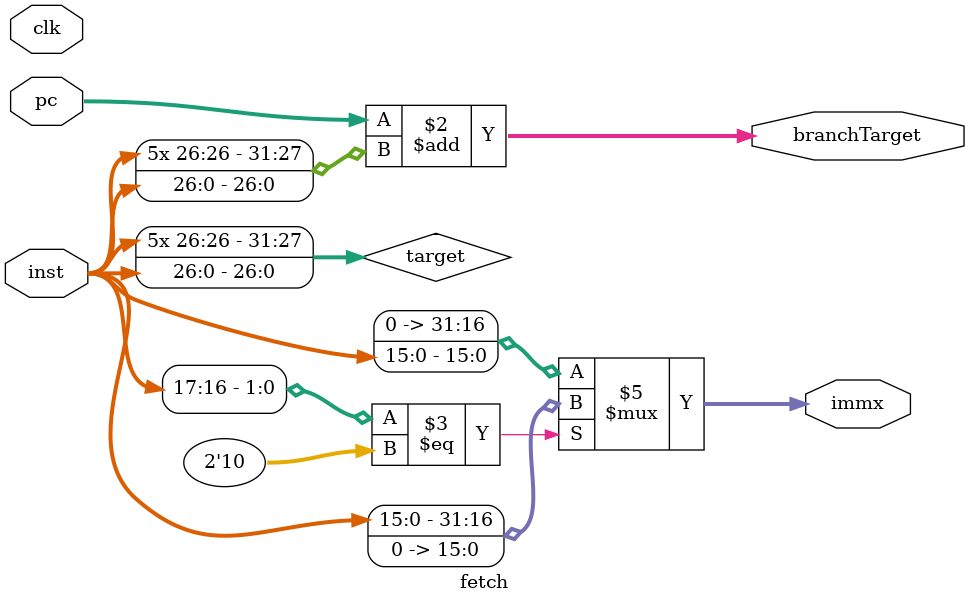
<source format=v>
module fetch(pc,inst,immx,branchTarget,clk);
input clk;
input wire [31:0] inst;
input wire [31:0] pc;
output reg [31:0]immx;
output reg [31:0] branchTarget;
wire [31:0]target;
assign target = {{5{inst[26]}}, inst[26:0]};
always @(*)
begin
branchTarget<=pc+target;
if (inst[17:16]==2'b10)
immx<={inst[15:0],16'h0000};
else 
immx<={16'h0000,inst[15:0]};
end
endmodule




</source>
